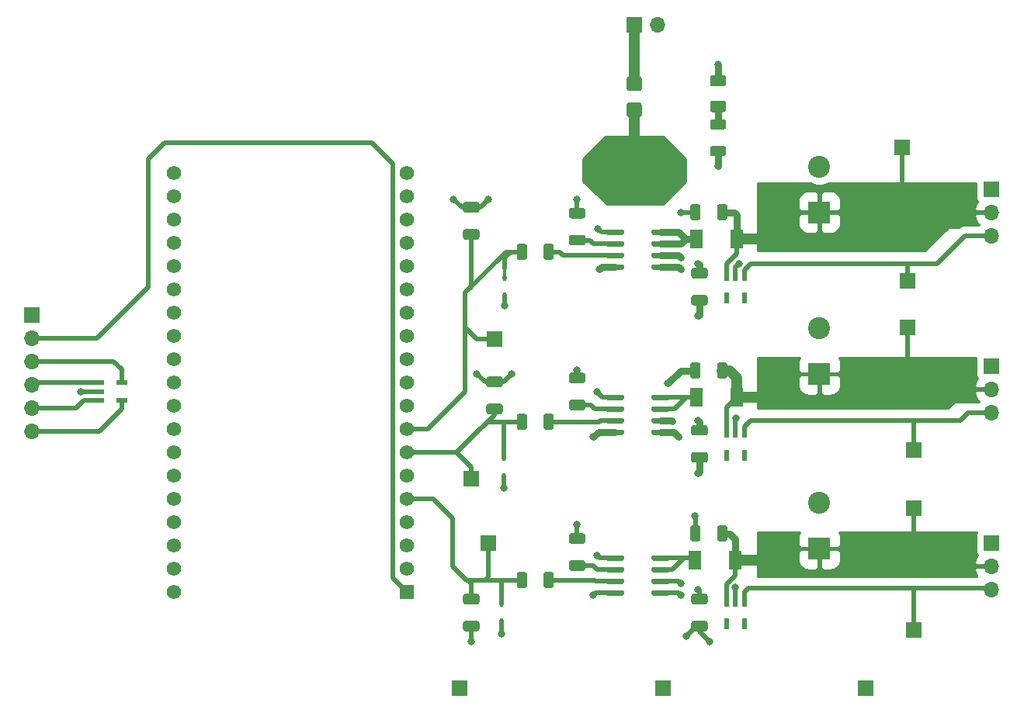
<source format=gbr>
%TF.GenerationSoftware,KiCad,Pcbnew,5.1.10-88a1d61d58~88~ubuntu20.04.1*%
%TF.CreationDate,2021-06-19T14:45:42+02:00*%
%TF.ProjectId,WindowControl,57696e64-6f77-4436-9f6e-74726f6c2e6b,rev?*%
%TF.SameCoordinates,Original*%
%TF.FileFunction,Copper,L1,Top*%
%TF.FilePolarity,Positive*%
%FSLAX46Y46*%
G04 Gerber Fmt 4.6, Leading zero omitted, Abs format (unit mm)*
G04 Created by KiCad (PCBNEW 5.1.10-88a1d61d58~88~ubuntu20.04.1) date 2021-06-19 14:45:42*
%MOMM*%
%LPD*%
G01*
G04 APERTURE LIST*
%TA.AperFunction,ComponentPad*%
%ADD10R,1.700000X1.700000*%
%TD*%
%TA.AperFunction,ComponentPad*%
%ADD11O,1.700000X1.700000*%
%TD*%
%TA.AperFunction,ComponentPad*%
%ADD12R,1.560000X1.560000*%
%TD*%
%TA.AperFunction,ComponentPad*%
%ADD13C,1.560000*%
%TD*%
%TA.AperFunction,SMDPad,CuDef*%
%ADD14O,0.430000X0.710000*%
%TD*%
%TA.AperFunction,ComponentPad*%
%ADD15R,2.400000X2.400000*%
%TD*%
%TA.AperFunction,ComponentPad*%
%ADD16C,2.400000*%
%TD*%
%TA.AperFunction,SMDPad,CuDef*%
%ADD17R,0.590000X1.210000*%
%TD*%
%TA.AperFunction,SMDPad,CuDef*%
%ADD18R,1.210000X0.590000*%
%TD*%
%TA.AperFunction,SMDPad,CuDef*%
%ADD19R,1.400000X2.100000*%
%TD*%
%TA.AperFunction,ViaPad*%
%ADD20C,0.800000*%
%TD*%
%TA.AperFunction,Conductor*%
%ADD21C,0.500000*%
%TD*%
%TA.AperFunction,Conductor*%
%ADD22C,0.750000*%
%TD*%
%TA.AperFunction,Conductor*%
%ADD23C,0.330000*%
%TD*%
%TA.AperFunction,Conductor*%
%ADD24C,1.200000*%
%TD*%
%TA.AperFunction,Conductor*%
%ADD25C,0.254000*%
%TD*%
%TA.AperFunction,Conductor*%
%ADD26C,0.100000*%
%TD*%
G04 APERTURE END LIST*
%TO.P,C1,1*%
%TO.N,Net-(C1-Pad1)*%
%TA.AperFunction,SMDPad,CuDef*%
G36*
G01*
X86502001Y-48835000D02*
X85201999Y-48835000D01*
G75*
G02*
X84952000Y-48585001I0J249999D01*
G01*
X84952000Y-47934999D01*
G75*
G02*
X85201999Y-47685000I249999J0D01*
G01*
X86502001Y-47685000D01*
G75*
G02*
X86752000Y-47934999I0J-249999D01*
G01*
X86752000Y-48585001D01*
G75*
G02*
X86502001Y-48835000I-249999J0D01*
G01*
G37*
%TD.AperFunction*%
%TO.P,C1,2*%
%TO.N,GND*%
%TA.AperFunction,SMDPad,CuDef*%
G36*
G01*
X86502001Y-45885000D02*
X85201999Y-45885000D01*
G75*
G02*
X84952000Y-45635001I0J249999D01*
G01*
X84952000Y-44984999D01*
G75*
G02*
X85201999Y-44735000I249999J0D01*
G01*
X86502001Y-44735000D01*
G75*
G02*
X86752000Y-44984999I0J-249999D01*
G01*
X86752000Y-45635001D01*
G75*
G02*
X86502001Y-45885000I-249999J0D01*
G01*
G37*
%TD.AperFunction*%
%TD*%
%TO.P,C2,2*%
%TO.N,GND*%
%TA.AperFunction,SMDPad,CuDef*%
G36*
G01*
X98536999Y-54240000D02*
X99837001Y-54240000D01*
G75*
G02*
X100087000Y-54489999I0J-249999D01*
G01*
X100087000Y-55140001D01*
G75*
G02*
X99837001Y-55390000I-249999J0D01*
G01*
X98536999Y-55390000D01*
G75*
G02*
X98287000Y-55140001I0J249999D01*
G01*
X98287000Y-54489999D01*
G75*
G02*
X98536999Y-54240000I249999J0D01*
G01*
G37*
%TD.AperFunction*%
%TO.P,C2,1*%
%TO.N,+5VD*%
%TA.AperFunction,SMDPad,CuDef*%
G36*
G01*
X98536999Y-51290000D02*
X99837001Y-51290000D01*
G75*
G02*
X100087000Y-51539999I0J-249999D01*
G01*
X100087000Y-52190001D01*
G75*
G02*
X99837001Y-52440000I-249999J0D01*
G01*
X98536999Y-52440000D01*
G75*
G02*
X98287000Y-52190001I0J249999D01*
G01*
X98287000Y-51539999D01*
G75*
G02*
X98536999Y-51290000I249999J0D01*
G01*
G37*
%TD.AperFunction*%
%TD*%
%TO.P,C3,2*%
%TO.N,GND*%
%TA.AperFunction,SMDPad,CuDef*%
G36*
G01*
X98536999Y-89800000D02*
X99837001Y-89800000D01*
G75*
G02*
X100087000Y-90049999I0J-249999D01*
G01*
X100087000Y-90700001D01*
G75*
G02*
X99837001Y-90950000I-249999J0D01*
G01*
X98536999Y-90950000D01*
G75*
G02*
X98287000Y-90700001I0J249999D01*
G01*
X98287000Y-90049999D01*
G75*
G02*
X98536999Y-89800000I249999J0D01*
G01*
G37*
%TD.AperFunction*%
%TO.P,C3,1*%
%TO.N,+5VD*%
%TA.AperFunction,SMDPad,CuDef*%
G36*
G01*
X98536999Y-86850000D02*
X99837001Y-86850000D01*
G75*
G02*
X100087000Y-87099999I0J-249999D01*
G01*
X100087000Y-87750001D01*
G75*
G02*
X99837001Y-88000000I-249999J0D01*
G01*
X98536999Y-88000000D01*
G75*
G02*
X98287000Y-87750001I0J249999D01*
G01*
X98287000Y-87099999D01*
G75*
G02*
X98536999Y-86850000I249999J0D01*
G01*
G37*
%TD.AperFunction*%
%TD*%
%TO.P,C4,1*%
%TO.N,+5VD*%
%TA.AperFunction,SMDPad,CuDef*%
G36*
G01*
X98536999Y-68435000D02*
X99837001Y-68435000D01*
G75*
G02*
X100087000Y-68684999I0J-249999D01*
G01*
X100087000Y-69335001D01*
G75*
G02*
X99837001Y-69585000I-249999J0D01*
G01*
X98536999Y-69585000D01*
G75*
G02*
X98287000Y-69335001I0J249999D01*
G01*
X98287000Y-68684999D01*
G75*
G02*
X98536999Y-68435000I249999J0D01*
G01*
G37*
%TD.AperFunction*%
%TO.P,C4,2*%
%TO.N,GND*%
%TA.AperFunction,SMDPad,CuDef*%
G36*
G01*
X98536999Y-71385000D02*
X99837001Y-71385000D01*
G75*
G02*
X100087000Y-71634999I0J-249999D01*
G01*
X100087000Y-72285001D01*
G75*
G02*
X99837001Y-72535000I-249999J0D01*
G01*
X98536999Y-72535000D01*
G75*
G02*
X98287000Y-72285001I0J249999D01*
G01*
X98287000Y-71634999D01*
G75*
G02*
X98536999Y-71385000I249999J0D01*
G01*
G37*
%TD.AperFunction*%
%TD*%
%TO.P,C5,2*%
%TO.N,GND*%
%TA.AperFunction,SMDPad,CuDef*%
G36*
G01*
X86502001Y-63870000D02*
X85201999Y-63870000D01*
G75*
G02*
X84952000Y-63620001I0J249999D01*
G01*
X84952000Y-62969999D01*
G75*
G02*
X85201999Y-62720000I249999J0D01*
G01*
X86502001Y-62720000D01*
G75*
G02*
X86752000Y-62969999I0J-249999D01*
G01*
X86752000Y-63620001D01*
G75*
G02*
X86502001Y-63870000I-249999J0D01*
G01*
G37*
%TD.AperFunction*%
%TO.P,C5,1*%
%TO.N,Net-(C5-Pad1)*%
%TA.AperFunction,SMDPad,CuDef*%
G36*
G01*
X86502001Y-66820000D02*
X85201999Y-66820000D01*
G75*
G02*
X84952000Y-66570001I0J249999D01*
G01*
X84952000Y-65919999D01*
G75*
G02*
X85201999Y-65670000I249999J0D01*
G01*
X86502001Y-65670000D01*
G75*
G02*
X86752000Y-65919999I0J-249999D01*
G01*
X86752000Y-66570001D01*
G75*
G02*
X86502001Y-66820000I-249999J0D01*
G01*
G37*
%TD.AperFunction*%
%TD*%
%TO.P,C6,1*%
%TO.N,Net-(C6-Pad1)*%
%TA.AperFunction,SMDPad,CuDef*%
G36*
G01*
X86502001Y-84346000D02*
X85201999Y-84346000D01*
G75*
G02*
X84952000Y-84096001I0J249999D01*
G01*
X84952000Y-83445999D01*
G75*
G02*
X85201999Y-83196000I249999J0D01*
G01*
X86502001Y-83196000D01*
G75*
G02*
X86752000Y-83445999I0J-249999D01*
G01*
X86752000Y-84096001D01*
G75*
G02*
X86502001Y-84346000I-249999J0D01*
G01*
G37*
%TD.AperFunction*%
%TO.P,C6,2*%
%TO.N,GND*%
%TA.AperFunction,SMDPad,CuDef*%
G36*
G01*
X86502001Y-81396000D02*
X85201999Y-81396000D01*
G75*
G02*
X84952000Y-81146001I0J249999D01*
G01*
X84952000Y-80495999D01*
G75*
G02*
X85201999Y-80246000I249999J0D01*
G01*
X86502001Y-80246000D01*
G75*
G02*
X86752000Y-80495999I0J-249999D01*
G01*
X86752000Y-81146001D01*
G75*
G02*
X86502001Y-81396000I-249999J0D01*
G01*
G37*
%TD.AperFunction*%
%TD*%
D10*
%TO.P,J1,1*%
%TO.N,GND*%
X131064000Y-42672000D03*
D11*
%TO.P,J1,2*%
%TO.N,Net-(C7-Pad1)*%
X131064000Y-45212000D03*
%TO.P,J1,3*%
%TO.N,PWM1*%
X131064000Y-47752000D03*
%TD*%
%TO.P,J2,3*%
%TO.N,PWM2*%
X131064000Y-67056000D03*
%TO.P,J2,2*%
%TO.N,Net-(C8-Pad1)*%
X131064000Y-64516000D03*
D10*
%TO.P,J2,1*%
%TO.N,GND*%
X131064000Y-61976000D03*
%TD*%
%TO.P,J3,1*%
%TO.N,GND*%
X131064000Y-81280000D03*
D11*
%TO.P,J3,2*%
%TO.N,Net-(C9-Pad1)*%
X131064000Y-83820000D03*
%TO.P,J3,3*%
%TO.N,PWM3*%
X131064000Y-86360000D03*
%TD*%
D10*
%TO.P,J4,1*%
%TO.N,GND*%
X26416000Y-56388000D03*
D11*
%TO.P,J4,2*%
%TO.N,+3V3*%
X26416000Y-58928000D03*
%TO.P,J4,3*%
%TO.N,IO4*%
X26416000Y-61468000D03*
%TO.P,J4,4*%
%TO.N,IO3*%
X26416000Y-64008000D03*
%TO.P,J4,5*%
%TO.N,IO2*%
X26416000Y-66548000D03*
%TO.P,J4,6*%
%TO.N,IO1*%
X26416000Y-69088000D03*
%TD*%
%TO.P,R1,2*%
%TO.N,GND*%
%TA.AperFunction,SMDPad,CuDef*%
G36*
G01*
X99303000Y-44586999D02*
X99303000Y-45837001D01*
G75*
G02*
X99053001Y-46087000I-249999J0D01*
G01*
X98427999Y-46087000D01*
G75*
G02*
X98178000Y-45837001I0J249999D01*
G01*
X98178000Y-44586999D01*
G75*
G02*
X98427999Y-44337000I249999J0D01*
G01*
X99053001Y-44337000D01*
G75*
G02*
X99303000Y-44586999I0J-249999D01*
G01*
G37*
%TD.AperFunction*%
%TO.P,R1,1*%
%TO.N,Net-(C7-Pad1)*%
%TA.AperFunction,SMDPad,CuDef*%
G36*
G01*
X102228000Y-44586999D02*
X102228000Y-45837001D01*
G75*
G02*
X101978001Y-46087000I-249999J0D01*
G01*
X101352999Y-46087000D01*
G75*
G02*
X101103000Y-45837001I0J249999D01*
G01*
X101103000Y-44586999D01*
G75*
G02*
X101352999Y-44337000I249999J0D01*
G01*
X101978001Y-44337000D01*
G75*
G02*
X102228000Y-44586999I0J-249999D01*
G01*
G37*
%TD.AperFunction*%
%TD*%
%TO.P,R2,1*%
%TO.N,Net-(C8-Pad1)*%
%TA.AperFunction,SMDPad,CuDef*%
G36*
G01*
X102228000Y-61858999D02*
X102228000Y-63109001D01*
G75*
G02*
X101978001Y-63359000I-249999J0D01*
G01*
X101352999Y-63359000D01*
G75*
G02*
X101103000Y-63109001I0J249999D01*
G01*
X101103000Y-61858999D01*
G75*
G02*
X101352999Y-61609000I249999J0D01*
G01*
X101978001Y-61609000D01*
G75*
G02*
X102228000Y-61858999I0J-249999D01*
G01*
G37*
%TD.AperFunction*%
%TO.P,R2,2*%
%TO.N,GND*%
%TA.AperFunction,SMDPad,CuDef*%
G36*
G01*
X99303000Y-61858999D02*
X99303000Y-63109001D01*
G75*
G02*
X99053001Y-63359000I-249999J0D01*
G01*
X98427999Y-63359000D01*
G75*
G02*
X98178000Y-63109001I0J249999D01*
G01*
X98178000Y-61858999D01*
G75*
G02*
X98427999Y-61609000I249999J0D01*
G01*
X99053001Y-61609000D01*
G75*
G02*
X99303000Y-61858999I0J-249999D01*
G01*
G37*
%TD.AperFunction*%
%TD*%
%TO.P,R3,1*%
%TO.N,Net-(C9-Pad1)*%
%TA.AperFunction,SMDPad,CuDef*%
G36*
G01*
X102228000Y-79638999D02*
X102228000Y-80889001D01*
G75*
G02*
X101978001Y-81139000I-249999J0D01*
G01*
X101352999Y-81139000D01*
G75*
G02*
X101103000Y-80889001I0J249999D01*
G01*
X101103000Y-79638999D01*
G75*
G02*
X101352999Y-79389000I249999J0D01*
G01*
X101978001Y-79389000D01*
G75*
G02*
X102228000Y-79638999I0J-249999D01*
G01*
G37*
%TD.AperFunction*%
%TO.P,R3,2*%
%TO.N,GND*%
%TA.AperFunction,SMDPad,CuDef*%
G36*
G01*
X99303000Y-79638999D02*
X99303000Y-80889001D01*
G75*
G02*
X99053001Y-81139000I-249999J0D01*
G01*
X98427999Y-81139000D01*
G75*
G02*
X98178000Y-80889001I0J249999D01*
G01*
X98178000Y-79638999D01*
G75*
G02*
X98427999Y-79389000I249999J0D01*
G01*
X99053001Y-79389000D01*
G75*
G02*
X99303000Y-79638999I0J-249999D01*
G01*
G37*
%TD.AperFunction*%
%TD*%
D10*
%TO.P,A1,1*%
%TO.N,Current_Sensor_1_AOUT*%
X76835000Y-59055000D03*
%TD*%
%TO.P,PWM1,1*%
%TO.N,PWM1*%
X121920000Y-52705000D03*
%TD*%
%TO.P,GND,1*%
%TO.N,GND*%
X73056750Y-97155000D03*
%TD*%
%TO.P,A2,1*%
%TO.N,Current_Sensor_2_AOUT*%
X74295000Y-74295000D03*
%TD*%
%TO.P,PWM2,1*%
%TO.N,PWM2*%
X122555000Y-71120000D03*
%TD*%
%TO.P,GND,1*%
%TO.N,GND*%
X95202375Y-97155000D03*
%TD*%
%TO.P,A3,1*%
%TO.N,Current_Sensor_3_AOUT*%
X76200000Y-81280000D03*
%TD*%
%TO.P,PWM3,1*%
%TO.N,PWM3*%
X122555000Y-90805000D03*
%TD*%
%TO.P,GND,1*%
%TO.N,GND*%
X117348000Y-97155000D03*
%TD*%
%TO.P,U1,1*%
%TO.N,+5VD*%
%TA.AperFunction,SMDPad,CuDef*%
G36*
G01*
X95906000Y-51031000D02*
X95906000Y-51331000D01*
G75*
G02*
X95756000Y-51481000I-150000J0D01*
G01*
X94106000Y-51481000D01*
G75*
G02*
X93956000Y-51331000I0J150000D01*
G01*
X93956000Y-51031000D01*
G75*
G02*
X94106000Y-50881000I150000J0D01*
G01*
X95756000Y-50881000D01*
G75*
G02*
X95906000Y-51031000I0J-150000D01*
G01*
G37*
%TD.AperFunction*%
%TO.P,U1,2*%
%TA.AperFunction,SMDPad,CuDef*%
G36*
G01*
X95906000Y-49761000D02*
X95906000Y-50061000D01*
G75*
G02*
X95756000Y-50211000I-150000J0D01*
G01*
X94106000Y-50211000D01*
G75*
G02*
X93956000Y-50061000I0J150000D01*
G01*
X93956000Y-49761000D01*
G75*
G02*
X94106000Y-49611000I150000J0D01*
G01*
X95756000Y-49611000D01*
G75*
G02*
X95906000Y-49761000I0J-150000D01*
G01*
G37*
%TD.AperFunction*%
%TO.P,U1,3*%
%TO.N,Net-(D1-Pad2)*%
%TA.AperFunction,SMDPad,CuDef*%
G36*
G01*
X95906000Y-48491000D02*
X95906000Y-48791000D01*
G75*
G02*
X95756000Y-48941000I-150000J0D01*
G01*
X94106000Y-48941000D01*
G75*
G02*
X93956000Y-48791000I0J150000D01*
G01*
X93956000Y-48491000D01*
G75*
G02*
X94106000Y-48341000I150000J0D01*
G01*
X95756000Y-48341000D01*
G75*
G02*
X95906000Y-48491000I0J-150000D01*
G01*
G37*
%TD.AperFunction*%
%TO.P,U1,4*%
%TA.AperFunction,SMDPad,CuDef*%
G36*
G01*
X95906000Y-47221000D02*
X95906000Y-47521000D01*
G75*
G02*
X95756000Y-47671000I-150000J0D01*
G01*
X94106000Y-47671000D01*
G75*
G02*
X93956000Y-47521000I0J150000D01*
G01*
X93956000Y-47221000D01*
G75*
G02*
X94106000Y-47071000I150000J0D01*
G01*
X95756000Y-47071000D01*
G75*
G02*
X95906000Y-47221000I0J-150000D01*
G01*
G37*
%TD.AperFunction*%
%TO.P,U1,5*%
%TO.N,GND*%
%TA.AperFunction,SMDPad,CuDef*%
G36*
G01*
X90956000Y-47221000D02*
X90956000Y-47521000D01*
G75*
G02*
X90806000Y-47671000I-150000J0D01*
G01*
X89156000Y-47671000D01*
G75*
G02*
X89006000Y-47521000I0J150000D01*
G01*
X89006000Y-47221000D01*
G75*
G02*
X89156000Y-47071000I150000J0D01*
G01*
X90806000Y-47071000D01*
G75*
G02*
X90956000Y-47221000I0J-150000D01*
G01*
G37*
%TD.AperFunction*%
%TO.P,U1,6*%
%TO.N,Net-(C1-Pad1)*%
%TA.AperFunction,SMDPad,CuDef*%
G36*
G01*
X90956000Y-48491000D02*
X90956000Y-48791000D01*
G75*
G02*
X90806000Y-48941000I-150000J0D01*
G01*
X89156000Y-48941000D01*
G75*
G02*
X89006000Y-48791000I0J150000D01*
G01*
X89006000Y-48491000D01*
G75*
G02*
X89156000Y-48341000I150000J0D01*
G01*
X90806000Y-48341000D01*
G75*
G02*
X90956000Y-48491000I0J-150000D01*
G01*
G37*
%TD.AperFunction*%
%TO.P,U1,7*%
%TO.N,Net-(R4-Pad2)*%
%TA.AperFunction,SMDPad,CuDef*%
G36*
G01*
X90956000Y-49761000D02*
X90956000Y-50061000D01*
G75*
G02*
X90806000Y-50211000I-150000J0D01*
G01*
X89156000Y-50211000D01*
G75*
G02*
X89006000Y-50061000I0J150000D01*
G01*
X89006000Y-49761000D01*
G75*
G02*
X89156000Y-49611000I150000J0D01*
G01*
X90806000Y-49611000D01*
G75*
G02*
X90956000Y-49761000I0J-150000D01*
G01*
G37*
%TD.AperFunction*%
%TO.P,U1,8*%
%TO.N,+5VD*%
%TA.AperFunction,SMDPad,CuDef*%
G36*
G01*
X90956000Y-51031000D02*
X90956000Y-51331000D01*
G75*
G02*
X90806000Y-51481000I-150000J0D01*
G01*
X89156000Y-51481000D01*
G75*
G02*
X89006000Y-51331000I0J150000D01*
G01*
X89006000Y-51031000D01*
G75*
G02*
X89156000Y-50881000I150000J0D01*
G01*
X90806000Y-50881000D01*
G75*
G02*
X90956000Y-51031000I0J-150000D01*
G01*
G37*
%TD.AperFunction*%
%TD*%
%TO.P,U2,1*%
%TO.N,+5VD*%
%TA.AperFunction,SMDPad,CuDef*%
G36*
G01*
X95906000Y-69065000D02*
X95906000Y-69365000D01*
G75*
G02*
X95756000Y-69515000I-150000J0D01*
G01*
X94106000Y-69515000D01*
G75*
G02*
X93956000Y-69365000I0J150000D01*
G01*
X93956000Y-69065000D01*
G75*
G02*
X94106000Y-68915000I150000J0D01*
G01*
X95756000Y-68915000D01*
G75*
G02*
X95906000Y-69065000I0J-150000D01*
G01*
G37*
%TD.AperFunction*%
%TO.P,U2,2*%
%TA.AperFunction,SMDPad,CuDef*%
G36*
G01*
X95906000Y-67795000D02*
X95906000Y-68095000D01*
G75*
G02*
X95756000Y-68245000I-150000J0D01*
G01*
X94106000Y-68245000D01*
G75*
G02*
X93956000Y-68095000I0J150000D01*
G01*
X93956000Y-67795000D01*
G75*
G02*
X94106000Y-67645000I150000J0D01*
G01*
X95756000Y-67645000D01*
G75*
G02*
X95906000Y-67795000I0J-150000D01*
G01*
G37*
%TD.AperFunction*%
%TO.P,U2,3*%
%TO.N,Net-(D2-Pad2)*%
%TA.AperFunction,SMDPad,CuDef*%
G36*
G01*
X95906000Y-66525000D02*
X95906000Y-66825000D01*
G75*
G02*
X95756000Y-66975000I-150000J0D01*
G01*
X94106000Y-66975000D01*
G75*
G02*
X93956000Y-66825000I0J150000D01*
G01*
X93956000Y-66525000D01*
G75*
G02*
X94106000Y-66375000I150000J0D01*
G01*
X95756000Y-66375000D01*
G75*
G02*
X95906000Y-66525000I0J-150000D01*
G01*
G37*
%TD.AperFunction*%
%TO.P,U2,4*%
%TA.AperFunction,SMDPad,CuDef*%
G36*
G01*
X95906000Y-65255000D02*
X95906000Y-65555000D01*
G75*
G02*
X95756000Y-65705000I-150000J0D01*
G01*
X94106000Y-65705000D01*
G75*
G02*
X93956000Y-65555000I0J150000D01*
G01*
X93956000Y-65255000D01*
G75*
G02*
X94106000Y-65105000I150000J0D01*
G01*
X95756000Y-65105000D01*
G75*
G02*
X95906000Y-65255000I0J-150000D01*
G01*
G37*
%TD.AperFunction*%
%TO.P,U2,5*%
%TO.N,GND*%
%TA.AperFunction,SMDPad,CuDef*%
G36*
G01*
X90956000Y-65255000D02*
X90956000Y-65555000D01*
G75*
G02*
X90806000Y-65705000I-150000J0D01*
G01*
X89156000Y-65705000D01*
G75*
G02*
X89006000Y-65555000I0J150000D01*
G01*
X89006000Y-65255000D01*
G75*
G02*
X89156000Y-65105000I150000J0D01*
G01*
X90806000Y-65105000D01*
G75*
G02*
X90956000Y-65255000I0J-150000D01*
G01*
G37*
%TD.AperFunction*%
%TO.P,U2,6*%
%TO.N,Net-(C5-Pad1)*%
%TA.AperFunction,SMDPad,CuDef*%
G36*
G01*
X90956000Y-66525000D02*
X90956000Y-66825000D01*
G75*
G02*
X90806000Y-66975000I-150000J0D01*
G01*
X89156000Y-66975000D01*
G75*
G02*
X89006000Y-66825000I0J150000D01*
G01*
X89006000Y-66525000D01*
G75*
G02*
X89156000Y-66375000I150000J0D01*
G01*
X90806000Y-66375000D01*
G75*
G02*
X90956000Y-66525000I0J-150000D01*
G01*
G37*
%TD.AperFunction*%
%TO.P,U2,7*%
%TO.N,Net-(R5-Pad2)*%
%TA.AperFunction,SMDPad,CuDef*%
G36*
G01*
X90956000Y-67795000D02*
X90956000Y-68095000D01*
G75*
G02*
X90806000Y-68245000I-150000J0D01*
G01*
X89156000Y-68245000D01*
G75*
G02*
X89006000Y-68095000I0J150000D01*
G01*
X89006000Y-67795000D01*
G75*
G02*
X89156000Y-67645000I150000J0D01*
G01*
X90806000Y-67645000D01*
G75*
G02*
X90956000Y-67795000I0J-150000D01*
G01*
G37*
%TD.AperFunction*%
%TO.P,U2,8*%
%TO.N,+5VD*%
%TA.AperFunction,SMDPad,CuDef*%
G36*
G01*
X90956000Y-69065000D02*
X90956000Y-69365000D01*
G75*
G02*
X90806000Y-69515000I-150000J0D01*
G01*
X89156000Y-69515000D01*
G75*
G02*
X89006000Y-69365000I0J150000D01*
G01*
X89006000Y-69065000D01*
G75*
G02*
X89156000Y-68915000I150000J0D01*
G01*
X90806000Y-68915000D01*
G75*
G02*
X90956000Y-69065000I0J-150000D01*
G01*
G37*
%TD.AperFunction*%
%TD*%
%TO.P,U3,8*%
%TO.N,+5VD*%
%TA.AperFunction,SMDPad,CuDef*%
G36*
G01*
X90956000Y-86591000D02*
X90956000Y-86891000D01*
G75*
G02*
X90806000Y-87041000I-150000J0D01*
G01*
X89156000Y-87041000D01*
G75*
G02*
X89006000Y-86891000I0J150000D01*
G01*
X89006000Y-86591000D01*
G75*
G02*
X89156000Y-86441000I150000J0D01*
G01*
X90806000Y-86441000D01*
G75*
G02*
X90956000Y-86591000I0J-150000D01*
G01*
G37*
%TD.AperFunction*%
%TO.P,U3,7*%
%TO.N,Net-(R6-Pad2)*%
%TA.AperFunction,SMDPad,CuDef*%
G36*
G01*
X90956000Y-85321000D02*
X90956000Y-85621000D01*
G75*
G02*
X90806000Y-85771000I-150000J0D01*
G01*
X89156000Y-85771000D01*
G75*
G02*
X89006000Y-85621000I0J150000D01*
G01*
X89006000Y-85321000D01*
G75*
G02*
X89156000Y-85171000I150000J0D01*
G01*
X90806000Y-85171000D01*
G75*
G02*
X90956000Y-85321000I0J-150000D01*
G01*
G37*
%TD.AperFunction*%
%TO.P,U3,6*%
%TO.N,Net-(C6-Pad1)*%
%TA.AperFunction,SMDPad,CuDef*%
G36*
G01*
X90956000Y-84051000D02*
X90956000Y-84351000D01*
G75*
G02*
X90806000Y-84501000I-150000J0D01*
G01*
X89156000Y-84501000D01*
G75*
G02*
X89006000Y-84351000I0J150000D01*
G01*
X89006000Y-84051000D01*
G75*
G02*
X89156000Y-83901000I150000J0D01*
G01*
X90806000Y-83901000D01*
G75*
G02*
X90956000Y-84051000I0J-150000D01*
G01*
G37*
%TD.AperFunction*%
%TO.P,U3,5*%
%TO.N,GND*%
%TA.AperFunction,SMDPad,CuDef*%
G36*
G01*
X90956000Y-82781000D02*
X90956000Y-83081000D01*
G75*
G02*
X90806000Y-83231000I-150000J0D01*
G01*
X89156000Y-83231000D01*
G75*
G02*
X89006000Y-83081000I0J150000D01*
G01*
X89006000Y-82781000D01*
G75*
G02*
X89156000Y-82631000I150000J0D01*
G01*
X90806000Y-82631000D01*
G75*
G02*
X90956000Y-82781000I0J-150000D01*
G01*
G37*
%TD.AperFunction*%
%TO.P,U3,4*%
%TO.N,Net-(D3-Pad2)*%
%TA.AperFunction,SMDPad,CuDef*%
G36*
G01*
X95906000Y-82781000D02*
X95906000Y-83081000D01*
G75*
G02*
X95756000Y-83231000I-150000J0D01*
G01*
X94106000Y-83231000D01*
G75*
G02*
X93956000Y-83081000I0J150000D01*
G01*
X93956000Y-82781000D01*
G75*
G02*
X94106000Y-82631000I150000J0D01*
G01*
X95756000Y-82631000D01*
G75*
G02*
X95906000Y-82781000I0J-150000D01*
G01*
G37*
%TD.AperFunction*%
%TO.P,U3,3*%
%TA.AperFunction,SMDPad,CuDef*%
G36*
G01*
X95906000Y-84051000D02*
X95906000Y-84351000D01*
G75*
G02*
X95756000Y-84501000I-150000J0D01*
G01*
X94106000Y-84501000D01*
G75*
G02*
X93956000Y-84351000I0J150000D01*
G01*
X93956000Y-84051000D01*
G75*
G02*
X94106000Y-83901000I150000J0D01*
G01*
X95756000Y-83901000D01*
G75*
G02*
X95906000Y-84051000I0J-150000D01*
G01*
G37*
%TD.AperFunction*%
%TO.P,U3,2*%
%TO.N,+5VD*%
%TA.AperFunction,SMDPad,CuDef*%
G36*
G01*
X95906000Y-85321000D02*
X95906000Y-85621000D01*
G75*
G02*
X95756000Y-85771000I-150000J0D01*
G01*
X94106000Y-85771000D01*
G75*
G02*
X93956000Y-85621000I0J150000D01*
G01*
X93956000Y-85321000D01*
G75*
G02*
X94106000Y-85171000I150000J0D01*
G01*
X95756000Y-85171000D01*
G75*
G02*
X95906000Y-85321000I0J-150000D01*
G01*
G37*
%TD.AperFunction*%
%TO.P,U3,1*%
%TA.AperFunction,SMDPad,CuDef*%
G36*
G01*
X95906000Y-86591000D02*
X95906000Y-86891000D01*
G75*
G02*
X95756000Y-87041000I-150000J0D01*
G01*
X94106000Y-87041000D01*
G75*
G02*
X93956000Y-86891000I0J150000D01*
G01*
X93956000Y-86591000D01*
G75*
G02*
X94106000Y-86441000I150000J0D01*
G01*
X95756000Y-86441000D01*
G75*
G02*
X95906000Y-86591000I0J-150000D01*
G01*
G37*
%TD.AperFunction*%
%TD*%
D12*
%TO.P,U4,1*%
%TO.N,+3V3*%
X67310000Y-86689000D03*
D13*
%TO.P,U4,2*%
%TO.N,Net-(U4-Pad2)*%
X67310000Y-84149000D03*
%TO.P,U4,19*%
%TO.N,+5V*%
X67310000Y-40969000D03*
%TO.P,U4,3*%
%TO.N,Net-(U4-Pad3)*%
X67310000Y-81609000D03*
%TO.P,U4,4*%
%TO.N,Net-(U4-Pad4)*%
X67310000Y-79069000D03*
%TO.P,U4,5*%
%TO.N,Current_Sensor_3_AOUT*%
X67310000Y-76529000D03*
%TO.P,U4,6*%
%TO.N,Net-(U4-Pad6)*%
X67310000Y-73989000D03*
%TO.P,U4,7*%
%TO.N,Current_Sensor_2_AOUT*%
X67310000Y-71449000D03*
%TO.P,U4,8*%
%TO.N,Current_Sensor_1_AOUT*%
X67310000Y-68909000D03*
%TO.P,U4,9*%
%TO.N,PWM3*%
X67310000Y-66369000D03*
%TO.P,U4,10*%
%TO.N,PWM2*%
X67310000Y-63829000D03*
%TO.P,U4,11*%
%TO.N,PWM1*%
X67310000Y-61289000D03*
%TO.P,U4,12*%
%TO.N,Net-(U4-Pad12)*%
X67310000Y-58749000D03*
%TO.P,U4,13*%
%TO.N,Net-(U4-Pad13)*%
X67310000Y-56209000D03*
%TO.P,U4,14*%
%TO.N,GND*%
X67310000Y-53669000D03*
%TO.P,U4,15*%
%TO.N,Net-(U4-Pad15)*%
X67310000Y-51129000D03*
%TO.P,U4,16*%
%TO.N,Net-(U4-Pad16)*%
X67310000Y-48589000D03*
%TO.P,U4,17*%
%TO.N,Net-(U4-Pad17)*%
X67310000Y-46049000D03*
%TO.P,U4,18*%
%TO.N,Net-(U4-Pad18)*%
X67310000Y-43509000D03*
%TO.P,U4,20*%
%TO.N,GND*%
X41910000Y-86689000D03*
%TO.P,U4,21*%
%TO.N,IO1*%
X41910000Y-84149000D03*
%TO.P,U4,22*%
%TO.N,IO2*%
X41910000Y-81609000D03*
%TO.P,U4,23*%
%TO.N,Net-(U4-Pad23)*%
X41910000Y-79069000D03*
%TO.P,U4,24*%
%TO.N,Net-(U4-Pad24)*%
X41910000Y-76529000D03*
%TO.P,U4,25*%
%TO.N,IO3*%
X41910000Y-73989000D03*
%TO.P,U4,26*%
%TO.N,GND*%
X41910000Y-71449000D03*
%TO.P,U4,27*%
%TO.N,Net-(U4-Pad27)*%
X41910000Y-68909000D03*
%TO.P,U4,28*%
%TO.N,IO4*%
X41910000Y-66369000D03*
%TO.P,U4,29*%
%TO.N,Net-(U4-Pad29)*%
X41910000Y-63829000D03*
%TO.P,U4,30*%
%TO.N,Net-(U4-Pad30)*%
X41910000Y-61289000D03*
%TO.P,U4,31*%
%TO.N,Net-(U4-Pad31)*%
X41910000Y-58749000D03*
%TO.P,U4,32*%
%TO.N,Net-(U4-Pad32)*%
X41910000Y-56209000D03*
%TO.P,U4,33*%
%TO.N,Net-(U4-Pad33)*%
X41910000Y-53669000D03*
%TO.P,U4,34*%
%TO.N,Net-(U4-Pad34)*%
X41910000Y-51129000D03*
%TO.P,U4,35*%
%TO.N,Net-(U4-Pad35)*%
X41910000Y-48589000D03*
%TO.P,U4,36*%
%TO.N,Net-(U4-Pad36)*%
X41910000Y-46049000D03*
%TO.P,U4,37*%
%TO.N,Net-(U4-Pad37)*%
X41910000Y-43509000D03*
%TO.P,U4,38*%
%TO.N,Net-(U4-Pad38)*%
X41910000Y-40969000D03*
%TD*%
D14*
%TO.P,D4,1*%
%TO.N,Current_Sensor_1_AOUT*%
X77980540Y-52355160D03*
%TO.P,D4,2*%
%TO.N,GND*%
X77980540Y-54345160D03*
%TD*%
%TO.P,D5,2*%
%TO.N,GND*%
X77853540Y-74030160D03*
%TO.P,D5,1*%
%TO.N,Current_Sensor_2_AOUT*%
X77853540Y-72040160D03*
%TD*%
%TO.P,D6,1*%
%TO.N,Current_Sensor_3_AOUT*%
X77599540Y-87915160D03*
%TO.P,D6,2*%
%TO.N,GND*%
X77599540Y-89905160D03*
%TD*%
%TO.P,R4,1*%
%TO.N,Current_Sensor_1_AOUT*%
%TA.AperFunction,SMDPad,CuDef*%
G36*
G01*
X79255000Y-50155001D02*
X79255000Y-48904999D01*
G75*
G02*
X79504999Y-48655000I249999J0D01*
G01*
X80130001Y-48655000D01*
G75*
G02*
X80380000Y-48904999I0J-249999D01*
G01*
X80380000Y-50155001D01*
G75*
G02*
X80130001Y-50405000I-249999J0D01*
G01*
X79504999Y-50405000D01*
G75*
G02*
X79255000Y-50155001I0J249999D01*
G01*
G37*
%TD.AperFunction*%
%TO.P,R4,2*%
%TO.N,Net-(R4-Pad2)*%
%TA.AperFunction,SMDPad,CuDef*%
G36*
G01*
X82180000Y-50155001D02*
X82180000Y-48904999D01*
G75*
G02*
X82429999Y-48655000I249999J0D01*
G01*
X83055001Y-48655000D01*
G75*
G02*
X83305000Y-48904999I0J-249999D01*
G01*
X83305000Y-50155001D01*
G75*
G02*
X83055001Y-50405000I-249999J0D01*
G01*
X82429999Y-50405000D01*
G75*
G02*
X82180000Y-50155001I0J249999D01*
G01*
G37*
%TD.AperFunction*%
%TD*%
%TO.P,R5,2*%
%TO.N,Net-(R5-Pad2)*%
%TA.AperFunction,SMDPad,CuDef*%
G36*
G01*
X82180000Y-68697001D02*
X82180000Y-67446999D01*
G75*
G02*
X82429999Y-67197000I249999J0D01*
G01*
X83055001Y-67197000D01*
G75*
G02*
X83305000Y-67446999I0J-249999D01*
G01*
X83305000Y-68697001D01*
G75*
G02*
X83055001Y-68947000I-249999J0D01*
G01*
X82429999Y-68947000D01*
G75*
G02*
X82180000Y-68697001I0J249999D01*
G01*
G37*
%TD.AperFunction*%
%TO.P,R5,1*%
%TO.N,Current_Sensor_2_AOUT*%
%TA.AperFunction,SMDPad,CuDef*%
G36*
G01*
X79255000Y-68697001D02*
X79255000Y-67446999D01*
G75*
G02*
X79504999Y-67197000I249999J0D01*
G01*
X80130001Y-67197000D01*
G75*
G02*
X80380000Y-67446999I0J-249999D01*
G01*
X80380000Y-68697001D01*
G75*
G02*
X80130001Y-68947000I-249999J0D01*
G01*
X79504999Y-68947000D01*
G75*
G02*
X79255000Y-68697001I0J249999D01*
G01*
G37*
%TD.AperFunction*%
%TD*%
%TO.P,R6,1*%
%TO.N,Current_Sensor_3_AOUT*%
%TA.AperFunction,SMDPad,CuDef*%
G36*
G01*
X79255000Y-85969001D02*
X79255000Y-84718999D01*
G75*
G02*
X79504999Y-84469000I249999J0D01*
G01*
X80130001Y-84469000D01*
G75*
G02*
X80380000Y-84718999I0J-249999D01*
G01*
X80380000Y-85969001D01*
G75*
G02*
X80130001Y-86219000I-249999J0D01*
G01*
X79504999Y-86219000D01*
G75*
G02*
X79255000Y-85969001I0J249999D01*
G01*
G37*
%TD.AperFunction*%
%TO.P,R6,2*%
%TO.N,Net-(R6-Pad2)*%
%TA.AperFunction,SMDPad,CuDef*%
G36*
G01*
X82180000Y-85969001D02*
X82180000Y-84718999D01*
G75*
G02*
X82429999Y-84469000I249999J0D01*
G01*
X83055001Y-84469000D01*
G75*
G02*
X83305000Y-84718999I0J-249999D01*
G01*
X83305000Y-85969001D01*
G75*
G02*
X83055001Y-86219000I-249999J0D01*
G01*
X82429999Y-86219000D01*
G75*
G02*
X82180000Y-85969001I0J249999D01*
G01*
G37*
%TD.AperFunction*%
%TD*%
D15*
%TO.P,C7,1*%
%TO.N,Net-(C7-Pad1)*%
X112268000Y-45212000D03*
D16*
%TO.P,C7,2*%
%TO.N,GND*%
X112268000Y-40212000D03*
%TD*%
%TO.P,C8,2*%
%TO.N,GND*%
X112268000Y-57865000D03*
D15*
%TO.P,C8,1*%
%TO.N,Net-(C8-Pad1)*%
X112268000Y-62865000D03*
%TD*%
%TO.P,C9,1*%
%TO.N,Net-(C9-Pad1)*%
X112268000Y-81915000D03*
D16*
%TO.P,C9,2*%
%TO.N,GND*%
X112268000Y-76915000D03*
%TD*%
%TO.P,F1,1*%
%TO.N,Net-(F1-Pad1)*%
%TA.AperFunction,SMDPad,CuDef*%
G36*
G01*
X91500000Y-30386000D02*
X92650000Y-30386000D01*
G75*
G02*
X92900000Y-30636000I0J-250000D01*
G01*
X92900000Y-31736000D01*
G75*
G02*
X92650000Y-31986000I-250000J0D01*
G01*
X91500000Y-31986000D01*
G75*
G02*
X91250000Y-31736000I0J250000D01*
G01*
X91250000Y-30636000D01*
G75*
G02*
X91500000Y-30386000I250000J0D01*
G01*
G37*
%TD.AperFunction*%
%TO.P,F1,2*%
%TO.N,+5VD*%
%TA.AperFunction,SMDPad,CuDef*%
G36*
G01*
X91500000Y-33236000D02*
X92650000Y-33236000D01*
G75*
G02*
X92900000Y-33486000I0J-250000D01*
G01*
X92900000Y-34586000D01*
G75*
G02*
X92650000Y-34836000I-250000J0D01*
G01*
X91500000Y-34836000D01*
G75*
G02*
X91250000Y-34586000I0J250000D01*
G01*
X91250000Y-33486000D01*
G75*
G02*
X91500000Y-33236000I250000J0D01*
G01*
G37*
%TD.AperFunction*%
%TD*%
D10*
%TO.P,J5,1*%
%TO.N,Net-(F1-Pad1)*%
X92075000Y-24765000D03*
D11*
%TO.P,J5,2*%
%TO.N,GND*%
X94615000Y-24765000D03*
%TD*%
D17*
%TO.P,U5,1*%
%TO.N,PWM2*%
X104074000Y-69245000D03*
%TO.P,U5,2*%
%TO.N,GND*%
X103124000Y-69245000D03*
%TO.P,U5,3*%
%TO.N,Net-(C8-Pad1)*%
X102174000Y-69245000D03*
%TO.P,U5,4*%
%TO.N,Net-(U5-Pad4)*%
X102174000Y-71755000D03*
%TO.P,U5,5*%
%TO.N,Net-(U5-Pad5)*%
X104074000Y-71755000D03*
%TD*%
%TO.P,U6,5*%
%TO.N,Net-(U6-Pad5)*%
X104074000Y-90155000D03*
%TO.P,U6,4*%
%TO.N,Net-(U6-Pad4)*%
X102174000Y-90155000D03*
%TO.P,U6,3*%
%TO.N,Net-(C9-Pad1)*%
X102174000Y-87645000D03*
%TO.P,U6,2*%
%TO.N,GND*%
X103124000Y-87645000D03*
%TO.P,U6,1*%
%TO.N,PWM3*%
X104074000Y-87645000D03*
%TD*%
%TO.P,U7,5*%
%TO.N,Net-(U7-Pad5)*%
X104074000Y-54595000D03*
%TO.P,U7,4*%
%TO.N,Net-(U7-Pad4)*%
X102174000Y-54595000D03*
%TO.P,U7,3*%
%TO.N,Net-(C7-Pad1)*%
X102174000Y-52085000D03*
%TO.P,U7,2*%
%TO.N,GND*%
X103124000Y-52085000D03*
%TO.P,U7,1*%
%TO.N,PWM1*%
X104074000Y-52085000D03*
%TD*%
D18*
%TO.P,U8,1*%
%TO.N,IO3*%
X33670000Y-63820000D03*
%TO.P,U8,2*%
%TO.N,GND*%
X33670000Y-64770000D03*
%TO.P,U8,3*%
%TO.N,IO2*%
X33670000Y-65720000D03*
%TO.P,U8,4*%
%TO.N,IO1*%
X36180000Y-65720000D03*
%TO.P,U8,5*%
%TO.N,IO4*%
X36180000Y-63820000D03*
%TD*%
D10*
%TO.P,M2_VCC,1*%
%TO.N,Net-(C8-Pad1)*%
X121920000Y-57785000D03*
%TD*%
%TO.P,M3_VCC,1*%
%TO.N,Net-(C9-Pad1)*%
X122555000Y-77470000D03*
%TD*%
%TO.P,M1_VCC,1*%
%TO.N,Net-(C7-Pad1)*%
X121285000Y-38100000D03*
%TD*%
D19*
%TO.P,D1,1*%
%TO.N,Net-(C7-Pad1)*%
X103292000Y-48133000D03*
%TO.P,D1,2*%
%TO.N,Net-(D1-Pad2)*%
X98892000Y-48133000D03*
%TD*%
%TO.P,D2,1*%
%TO.N,Net-(C8-Pad1)*%
X103251000Y-65405000D03*
%TO.P,D2,2*%
%TO.N,Net-(D2-Pad2)*%
X98851000Y-65405000D03*
%TD*%
%TO.P,D3,2*%
%TO.N,Net-(D3-Pad2)*%
X98724000Y-83185000D03*
%TO.P,D3,1*%
%TO.N,Net-(C9-Pad1)*%
X103124000Y-83185000D03*
%TD*%
%TO.P,D7,1*%
%TO.N,GND*%
%TA.AperFunction,SMDPad,CuDef*%
G36*
G01*
X100594000Y-30236000D02*
X101844000Y-30236000D01*
G75*
G02*
X102094000Y-30486000I0J-250000D01*
G01*
X102094000Y-31236000D01*
G75*
G02*
X101844000Y-31486000I-250000J0D01*
G01*
X100594000Y-31486000D01*
G75*
G02*
X100344000Y-31236000I0J250000D01*
G01*
X100344000Y-30486000D01*
G75*
G02*
X100594000Y-30236000I250000J0D01*
G01*
G37*
%TD.AperFunction*%
%TO.P,D7,2*%
%TO.N,Net-(D7-Pad2)*%
%TA.AperFunction,SMDPad,CuDef*%
G36*
G01*
X100594000Y-33036000D02*
X101844000Y-33036000D01*
G75*
G02*
X102094000Y-33286000I0J-250000D01*
G01*
X102094000Y-34036000D01*
G75*
G02*
X101844000Y-34286000I-250000J0D01*
G01*
X100594000Y-34286000D01*
G75*
G02*
X100344000Y-34036000I0J250000D01*
G01*
X100344000Y-33286000D01*
G75*
G02*
X100594000Y-33036000I250000J0D01*
G01*
G37*
%TD.AperFunction*%
%TD*%
%TO.P,R7,1*%
%TO.N,+5VD*%
%TA.AperFunction,SMDPad,CuDef*%
G36*
G01*
X101844001Y-39109000D02*
X100593999Y-39109000D01*
G75*
G02*
X100344000Y-38859001I0J249999D01*
G01*
X100344000Y-38233999D01*
G75*
G02*
X100593999Y-37984000I249999J0D01*
G01*
X101844001Y-37984000D01*
G75*
G02*
X102094000Y-38233999I0J-249999D01*
G01*
X102094000Y-38859001D01*
G75*
G02*
X101844001Y-39109000I-249999J0D01*
G01*
G37*
%TD.AperFunction*%
%TO.P,R7,2*%
%TO.N,Net-(D7-Pad2)*%
%TA.AperFunction,SMDPad,CuDef*%
G36*
G01*
X101844001Y-36184000D02*
X100593999Y-36184000D01*
G75*
G02*
X100344000Y-35934001I0J249999D01*
G01*
X100344000Y-35308999D01*
G75*
G02*
X100593999Y-35059000I249999J0D01*
G01*
X101844001Y-35059000D01*
G75*
G02*
X102094000Y-35308999I0J-249999D01*
G01*
X102094000Y-35934001D01*
G75*
G02*
X101844001Y-36184000I-249999J0D01*
G01*
G37*
%TD.AperFunction*%
%TD*%
%TO.P,C11,1*%
%TO.N,Current_Sensor_3_AOUT*%
%TA.AperFunction,SMDPad,CuDef*%
G36*
G01*
X73644999Y-86850000D02*
X74945001Y-86850000D01*
G75*
G02*
X75195000Y-87099999I0J-249999D01*
G01*
X75195000Y-87750001D01*
G75*
G02*
X74945001Y-88000000I-249999J0D01*
G01*
X73644999Y-88000000D01*
G75*
G02*
X73395000Y-87750001I0J249999D01*
G01*
X73395000Y-87099999D01*
G75*
G02*
X73644999Y-86850000I249999J0D01*
G01*
G37*
%TD.AperFunction*%
%TO.P,C11,2*%
%TO.N,GND*%
%TA.AperFunction,SMDPad,CuDef*%
G36*
G01*
X73644999Y-89800000D02*
X74945001Y-89800000D01*
G75*
G02*
X75195000Y-90049999I0J-249999D01*
G01*
X75195000Y-90700001D01*
G75*
G02*
X74945001Y-90950000I-249999J0D01*
G01*
X73644999Y-90950000D01*
G75*
G02*
X73395000Y-90700001I0J249999D01*
G01*
X73395000Y-90049999D01*
G75*
G02*
X73644999Y-89800000I249999J0D01*
G01*
G37*
%TD.AperFunction*%
%TD*%
%TO.P,C10,2*%
%TO.N,GND*%
%TA.AperFunction,SMDPad,CuDef*%
G36*
G01*
X77485001Y-64300000D02*
X76184999Y-64300000D01*
G75*
G02*
X75935000Y-64050001I0J249999D01*
G01*
X75935000Y-63399999D01*
G75*
G02*
X76184999Y-63150000I249999J0D01*
G01*
X77485001Y-63150000D01*
G75*
G02*
X77735000Y-63399999I0J-249999D01*
G01*
X77735000Y-64050001D01*
G75*
G02*
X77485001Y-64300000I-249999J0D01*
G01*
G37*
%TD.AperFunction*%
%TO.P,C10,1*%
%TO.N,Current_Sensor_2_AOUT*%
%TA.AperFunction,SMDPad,CuDef*%
G36*
G01*
X77485001Y-67250000D02*
X76184999Y-67250000D01*
G75*
G02*
X75935000Y-67000001I0J249999D01*
G01*
X75935000Y-66349999D01*
G75*
G02*
X76184999Y-66100000I249999J0D01*
G01*
X77485001Y-66100000D01*
G75*
G02*
X77735000Y-66349999I0J-249999D01*
G01*
X77735000Y-67000001D01*
G75*
G02*
X77485001Y-67250000I-249999J0D01*
G01*
G37*
%TD.AperFunction*%
%TD*%
%TO.P,C12,1*%
%TO.N,Current_Sensor_1_AOUT*%
%TA.AperFunction,SMDPad,CuDef*%
G36*
G01*
X74945001Y-48200000D02*
X73644999Y-48200000D01*
G75*
G02*
X73395000Y-47950001I0J249999D01*
G01*
X73395000Y-47299999D01*
G75*
G02*
X73644999Y-47050000I249999J0D01*
G01*
X74945001Y-47050000D01*
G75*
G02*
X75195000Y-47299999I0J-249999D01*
G01*
X75195000Y-47950001D01*
G75*
G02*
X74945001Y-48200000I-249999J0D01*
G01*
G37*
%TD.AperFunction*%
%TO.P,C12,2*%
%TO.N,GND*%
%TA.AperFunction,SMDPad,CuDef*%
G36*
G01*
X74945001Y-45250000D02*
X73644999Y-45250000D01*
G75*
G02*
X73395000Y-45000001I0J249999D01*
G01*
X73395000Y-44349999D01*
G75*
G02*
X73644999Y-44100000I249999J0D01*
G01*
X74945001Y-44100000D01*
G75*
G02*
X75195000Y-44349999I0J-249999D01*
G01*
X75195000Y-45000001D01*
G75*
G02*
X74945001Y-45250000I-249999J0D01*
G01*
G37*
%TD.AperFunction*%
%TD*%
D20*
%TO.N,+5VD*%
X89916000Y-40005000D03*
X91524666Y-40005000D03*
X93133332Y-40005000D03*
X94742000Y-40005000D03*
X89916000Y-41275000D03*
X91524666Y-41275000D03*
X93133332Y-41275000D03*
X94742000Y-41275000D03*
%TO.N,GND*%
X85852000Y-43815000D03*
X88138000Y-46990000D03*
X77978000Y-55372000D03*
X77851000Y-75311000D03*
X77597000Y-91186000D03*
X85852000Y-79248000D03*
X88011000Y-82677000D03*
X88011000Y-64770000D03*
X98679000Y-78359000D03*
X103124000Y-86106000D03*
X97155000Y-45212000D03*
X101219000Y-29083000D03*
X99060000Y-73660000D03*
X99060000Y-56515000D03*
X103505000Y-50800000D03*
X100330000Y-92075000D03*
X97790000Y-91440000D03*
X74295000Y-92075000D03*
X78740000Y-62865000D03*
X74930000Y-62865000D03*
X76200000Y-43815000D03*
X72390000Y-43815000D03*
X85852000Y-62445010D03*
X103191947Y-67699851D03*
X95718703Y-63900799D03*
X31750000Y-64770000D03*
%TO.N,+5VD*%
X89916000Y-38862000D03*
X91524666Y-38862000D03*
X93133332Y-38862000D03*
X94742000Y-38862000D03*
X101219000Y-40132000D03*
X97155000Y-50165000D03*
X97155000Y-51435000D03*
X99060000Y-50800000D03*
X88265000Y-51435000D03*
X99060000Y-67945000D03*
X87630000Y-86995000D03*
X97155000Y-86995000D03*
X97155000Y-85725000D03*
X99060000Y-86360000D03*
X87630000Y-69735008D03*
X96883064Y-69735008D03*
X96236452Y-68034988D03*
%TD*%
D21*
%TO.N,Net-(C1-Pad1)*%
X85852000Y-48260000D02*
X87249000Y-48260000D01*
X87630000Y-48641000D02*
X89981000Y-48641000D01*
X87249000Y-48260000D02*
X87630000Y-48641000D01*
%TO.N,GND*%
X85852000Y-45310000D02*
X85852000Y-43815000D01*
X88519000Y-47371000D02*
X88138000Y-46990000D01*
X89981000Y-47371000D02*
X88519000Y-47371000D01*
X77980540Y-55369460D02*
X77978000Y-55372000D01*
X77980540Y-54345160D02*
X77980540Y-55369460D01*
X77853540Y-75308460D02*
X77851000Y-75311000D01*
X77853540Y-74030160D02*
X77853540Y-75308460D01*
X77599540Y-91183460D02*
X77597000Y-91186000D01*
X77599540Y-89905160D02*
X77599540Y-91183460D01*
X85852000Y-80821000D02*
X85852000Y-79248000D01*
X88265000Y-82931000D02*
X88011000Y-82677000D01*
X89981000Y-82931000D02*
X88265000Y-82931000D01*
X88646000Y-65405000D02*
X88011000Y-64770000D01*
X89981000Y-65405000D02*
X88646000Y-65405000D01*
X98740500Y-78420500D02*
X98679000Y-78359000D01*
X98740500Y-80264000D02*
X98740500Y-78420500D01*
X103124000Y-87645000D02*
X103124000Y-86106000D01*
X98740500Y-45212000D02*
X97155000Y-45212000D01*
D22*
X101219000Y-30861000D02*
X101219000Y-29083000D01*
X99187000Y-73533000D02*
X99060000Y-73660000D01*
X99187000Y-71960000D02*
X99187000Y-73533000D01*
X99187000Y-56388000D02*
X99060000Y-56515000D01*
X99187000Y-54815000D02*
X99187000Y-56388000D01*
D21*
X103124000Y-51181000D02*
X103505000Y-50800000D01*
X103124000Y-52085000D02*
X103124000Y-51181000D01*
X99187000Y-90932000D02*
X100330000Y-92075000D01*
X99187000Y-90375000D02*
X99187000Y-90932000D01*
X98855000Y-90375000D02*
X97790000Y-91440000D01*
X99187000Y-90375000D02*
X98855000Y-90375000D01*
X74295000Y-90375000D02*
X74295000Y-92075000D01*
X77880000Y-63725000D02*
X78740000Y-62865000D01*
X76835000Y-63725000D02*
X77880000Y-63725000D01*
X75790000Y-63725000D02*
X74930000Y-62865000D01*
X76835000Y-63725000D02*
X75790000Y-63725000D01*
X75340000Y-44675000D02*
X76200000Y-43815000D01*
X74295000Y-44675000D02*
X75340000Y-44675000D01*
X73250000Y-44675000D02*
X72390000Y-43815000D01*
X74295000Y-44675000D02*
X73250000Y-44675000D01*
X85852000Y-63295000D02*
X85852000Y-62445010D01*
X103124000Y-67767798D02*
X103191947Y-67699851D01*
D22*
X97135502Y-62484000D02*
X95718703Y-63900799D01*
X98740500Y-62484000D02*
X97135502Y-62484000D01*
D21*
X103124000Y-69245000D02*
X103124000Y-67767798D01*
X33670000Y-64770000D02*
X31750000Y-64770000D01*
%TO.N,Net-(C5-Pad1)*%
X85852000Y-66245000D02*
X87327000Y-66245000D01*
X87757000Y-66675000D02*
X89981000Y-66675000D01*
X87327000Y-66245000D02*
X87757000Y-66675000D01*
%TO.N,Net-(C6-Pad1)*%
X85852000Y-83771000D02*
X87581000Y-83771000D01*
X88011000Y-84201000D02*
X89981000Y-84201000D01*
X87581000Y-83771000D02*
X88011000Y-84201000D01*
D22*
%TO.N,Net-(D1-Pad2)*%
X94931000Y-47371000D02*
X96901000Y-47371000D01*
X97663000Y-48133000D02*
X98892000Y-48133000D01*
X96901000Y-47371000D02*
X97663000Y-48133000D01*
X97155000Y-48641000D02*
X97663000Y-48133000D01*
X94931000Y-48641000D02*
X97155000Y-48641000D01*
D21*
%TO.N,Net-(D2-Pad2)*%
X94931000Y-66675000D02*
X96520000Y-66675000D01*
X96520000Y-66675000D02*
X97790000Y-65405000D01*
X97790000Y-65405000D02*
X98851000Y-65405000D01*
X94931000Y-65405000D02*
X97790000Y-65405000D01*
%TO.N,Net-(D3-Pad2)*%
X98470000Y-82931000D02*
X98724000Y-83185000D01*
X94931000Y-84201000D02*
X96266000Y-84201000D01*
X96266000Y-84201000D02*
X97536000Y-82931000D01*
X97536000Y-82931000D02*
X98470000Y-82931000D01*
X94931000Y-82931000D02*
X97536000Y-82931000D01*
%TO.N,PWM1*%
X104074000Y-52085000D02*
X104074000Y-51501000D01*
X104074000Y-51501000D02*
X104775000Y-50800000D01*
X128143000Y-47752000D02*
X131064000Y-47752000D01*
X125095000Y-50800000D02*
X128143000Y-47752000D01*
X121920000Y-52705000D02*
X121920000Y-50800000D01*
X121920000Y-50800000D02*
X125095000Y-50800000D01*
X104775000Y-50800000D02*
X121920000Y-50800000D01*
%TO.N,PWM2*%
X127635000Y-67945000D02*
X128524000Y-67056000D01*
X128524000Y-67056000D02*
X131064000Y-67056000D01*
X104074000Y-68646000D02*
X104775000Y-67945000D01*
X104074000Y-69245000D02*
X104074000Y-68646000D01*
X122555000Y-71120000D02*
X122555000Y-67945000D01*
X122555000Y-67945000D02*
X127635000Y-67945000D01*
X104775000Y-67945000D02*
X122555000Y-67945000D01*
%TO.N,PWM3*%
X104074000Y-87645000D02*
X104074000Y-86680000D01*
X104074000Y-86680000D02*
X104521000Y-86233000D01*
X130937000Y-86233000D02*
X131064000Y-86360000D01*
X122555000Y-86360000D02*
X122682000Y-86233000D01*
X122555000Y-90805000D02*
X122555000Y-86360000D01*
X122682000Y-86233000D02*
X130937000Y-86233000D01*
X104521000Y-86233000D02*
X122682000Y-86233000D01*
%TO.N,+3V3*%
X65786000Y-85165000D02*
X67310000Y-86689000D01*
X63500000Y-37592000D02*
X65786000Y-39878000D01*
X40894000Y-37592000D02*
X63500000Y-37592000D01*
X39116000Y-53340000D02*
X39116000Y-39370000D01*
X65786000Y-39878000D02*
X65786000Y-85165000D01*
X39116000Y-39370000D02*
X40894000Y-37592000D01*
X33528000Y-58928000D02*
X39116000Y-53340000D01*
X26416000Y-58928000D02*
X33528000Y-58928000D01*
%TO.N,IO4*%
X26416000Y-61468000D02*
X35306000Y-61468000D01*
X36180000Y-62342000D02*
X36180000Y-63820000D01*
X35306000Y-61468000D02*
X36180000Y-62342000D01*
%TO.N,IO3*%
X26604000Y-63820000D02*
X26416000Y-64008000D01*
X33670000Y-63820000D02*
X26604000Y-63820000D01*
%TO.N,IO2*%
X33670000Y-65720000D02*
X32070000Y-65720000D01*
X31242000Y-66548000D02*
X26416000Y-66548000D01*
X32070000Y-65720000D02*
X31242000Y-66548000D01*
%TO.N,IO1*%
X26416000Y-69088000D02*
X33782000Y-69088000D01*
X36180000Y-66690000D02*
X36180000Y-65720000D01*
X33782000Y-69088000D02*
X36180000Y-66690000D01*
D23*
%TO.N,Current_Sensor_1_AOUT*%
X77980540Y-52355160D02*
X77980540Y-51310540D01*
D21*
X77980540Y-51310540D02*
X77978000Y-51308000D01*
X77978000Y-51308000D02*
X77978000Y-50165000D01*
X78613000Y-49530000D02*
X79817500Y-49530000D01*
X77978000Y-50165000D02*
X78613000Y-49530000D01*
X67310000Y-68909000D02*
X69521000Y-68909000D01*
X69521000Y-68909000D02*
X73660000Y-64770000D01*
X78105000Y-49530000D02*
X79817500Y-49530000D01*
X73660000Y-53975000D02*
X78105000Y-49530000D01*
X74295000Y-53340000D02*
X73660000Y-53975000D01*
X74295000Y-47625000D02*
X74295000Y-53340000D01*
X74930000Y-59055000D02*
X73660000Y-57785000D01*
X76835000Y-59055000D02*
X74930000Y-59055000D01*
X73660000Y-57785000D02*
X73660000Y-53975000D01*
X73660000Y-64770000D02*
X73660000Y-57785000D01*
%TO.N,Current_Sensor_2_AOUT*%
X72696000Y-71449000D02*
X67310000Y-71449000D01*
X75247500Y-68897500D02*
X72696000Y-71449000D01*
X75565000Y-68580000D02*
X75247500Y-68897500D01*
X76073000Y-68072000D02*
X75565000Y-68580000D01*
X77853540Y-68196460D02*
X77978000Y-68072000D01*
X77853540Y-72040160D02*
X77853540Y-68196460D01*
X77978000Y-68072000D02*
X76073000Y-68072000D01*
X79817500Y-68072000D02*
X77978000Y-68072000D01*
X76835000Y-67310000D02*
X76073000Y-68072000D01*
X76835000Y-66675000D02*
X76835000Y-67310000D01*
X74295000Y-73048000D02*
X72696000Y-71449000D01*
X74295000Y-74295000D02*
X74295000Y-73048000D01*
%TO.N,Current_Sensor_3_AOUT*%
X67310000Y-76529000D02*
X70179000Y-76529000D01*
X70179000Y-76529000D02*
X72263000Y-78613000D01*
X72263000Y-78613000D02*
X72263000Y-83820000D01*
X72263000Y-83820000D02*
X73787000Y-85344000D01*
X77599540Y-85473540D02*
X77470000Y-85344000D01*
X77470000Y-85344000D02*
X79817500Y-85344000D01*
X77599540Y-87915160D02*
X77599540Y-85473540D01*
X74295000Y-85725000D02*
X73914000Y-85344000D01*
X74295000Y-87425000D02*
X74295000Y-85725000D01*
X73787000Y-85344000D02*
X73914000Y-85344000D01*
X76200000Y-84963000D02*
X75819000Y-85344000D01*
X76200000Y-81280000D02*
X76200000Y-84963000D01*
X75819000Y-85344000D02*
X77470000Y-85344000D01*
X73914000Y-85344000D02*
X75819000Y-85344000D01*
%TO.N,Net-(R4-Pad2)*%
X82742500Y-49530000D02*
X83947000Y-49530000D01*
X84328000Y-49911000D02*
X89981000Y-49911000D01*
X83947000Y-49530000D02*
X84328000Y-49911000D01*
%TO.N,Net-(R5-Pad2)*%
X82742500Y-68072000D02*
X88265000Y-68072000D01*
X88392000Y-67945000D02*
X89981000Y-67945000D01*
X88265000Y-68072000D02*
X88392000Y-67945000D01*
%TO.N,Net-(R6-Pad2)*%
X82742500Y-85344000D02*
X87757000Y-85344000D01*
X87884000Y-85471000D02*
X89981000Y-85471000D01*
X87757000Y-85344000D02*
X87884000Y-85471000D01*
D24*
%TO.N,+5VD*%
X92075000Y-34036000D02*
X92075000Y-36830000D01*
X92075000Y-36830000D02*
X92075000Y-37719000D01*
D22*
X101219000Y-38546500D02*
X101219000Y-40132000D01*
X96901000Y-49911000D02*
X97155000Y-50165000D01*
X94931000Y-49911000D02*
X96901000Y-49911000D01*
X96901000Y-51181000D02*
X97155000Y-51435000D01*
X94931000Y-51181000D02*
X96901000Y-51181000D01*
X99187000Y-50927000D02*
X99060000Y-50800000D01*
X99187000Y-51865000D02*
X99187000Y-50927000D01*
X88519000Y-51181000D02*
X88265000Y-51435000D01*
X89981000Y-51181000D02*
X88519000Y-51181000D01*
X99187000Y-68072000D02*
X99060000Y-67945000D01*
X99187000Y-69010000D02*
X99187000Y-68072000D01*
D21*
X87884000Y-86741000D02*
X87630000Y-86995000D01*
X89981000Y-86741000D02*
X87884000Y-86741000D01*
X96901000Y-86741000D02*
X97155000Y-86995000D01*
X94931000Y-86741000D02*
X96901000Y-86741000D01*
X96901000Y-85471000D02*
X97155000Y-85725000D01*
X94931000Y-85471000D02*
X96901000Y-85471000D01*
X99187000Y-86487000D02*
X99060000Y-86360000D01*
X99187000Y-87425000D02*
X99187000Y-86487000D01*
D22*
X96363056Y-69215000D02*
X96883064Y-69735008D01*
X94931000Y-69215000D02*
X96363056Y-69215000D01*
X94931000Y-67945000D02*
X96146464Y-67945000D01*
X88150008Y-69215000D02*
X87630000Y-69735008D01*
X96146464Y-67945000D02*
X96236452Y-68034988D01*
X89981000Y-69215000D02*
X88150008Y-69215000D01*
D21*
%TO.N,Net-(C7-Pad1)*%
X102174000Y-52085000D02*
X102174000Y-50861000D01*
X103292000Y-49743000D02*
X103292000Y-48133000D01*
X102174000Y-50861000D02*
X103292000Y-49743000D01*
D22*
X101665500Y-45212000D02*
X102997000Y-45212000D01*
X103292000Y-45507000D02*
X103292000Y-48133000D01*
X102997000Y-45212000D02*
X103292000Y-45507000D01*
D24*
X103292000Y-48133000D02*
X106553000Y-48133000D01*
D21*
X121285000Y-38100000D02*
X121285000Y-42545000D01*
D24*
%TO.N,Net-(C8-Pad1)*%
X101665500Y-62484000D02*
X102489000Y-62484000D01*
X103251000Y-63246000D02*
X103251000Y-65405000D01*
X102489000Y-62484000D02*
X103251000Y-63246000D01*
X103251000Y-65405000D02*
X107315000Y-65405000D01*
X107315000Y-65405000D02*
X106680000Y-65405000D01*
D21*
X121920000Y-57785000D02*
X121920000Y-61595000D01*
X121920000Y-61595000D02*
X122555000Y-61595000D01*
X102174000Y-66482000D02*
X103251000Y-65405000D01*
X102174000Y-69245000D02*
X102174000Y-66482000D01*
%TO.N,Net-(C9-Pad1)*%
X122555000Y-77470000D02*
X122555000Y-80645000D01*
X122555000Y-80645000D02*
X122555000Y-81280000D01*
D24*
X103124000Y-83185000D02*
X106045000Y-83185000D01*
D22*
X101665500Y-80264000D02*
X102489000Y-80264000D01*
X103124000Y-80899000D02*
X103124000Y-83185000D01*
X102489000Y-80264000D02*
X103124000Y-80899000D01*
D21*
X102174000Y-87645000D02*
X102174000Y-85786000D01*
X103124000Y-84836000D02*
X103124000Y-83185000D01*
X102174000Y-85786000D02*
X103124000Y-84836000D01*
D24*
%TO.N,Net-(F1-Pad1)*%
X92075000Y-24765000D02*
X92075000Y-31186000D01*
D22*
%TO.N,Net-(D7-Pad2)*%
X101219000Y-35621500D02*
X101219000Y-33661000D01*
%TD*%
D25*
%TO.N,+5VD*%
X97663000Y-39422606D02*
X97663000Y-41857394D01*
X95197394Y-44323000D01*
X89077800Y-44323000D01*
X86487000Y-41855571D01*
X86487000Y-39422606D01*
X88952606Y-36957000D01*
X95197394Y-36957000D01*
X97663000Y-39422606D01*
%TA.AperFunction,Conductor*%
D26*
G36*
X97663000Y-39422606D02*
G01*
X97663000Y-41857394D01*
X95197394Y-44323000D01*
X89077800Y-44323000D01*
X86487000Y-41855571D01*
X86487000Y-39422606D01*
X88952606Y-36957000D01*
X95197394Y-36957000D01*
X97663000Y-39422606D01*
G37*
%TD.AperFunction*%
%TD*%
D25*
%TO.N,Net-(C7-Pad1)*%
X111284171Y-42052614D02*
X111662161Y-42209182D01*
X112063433Y-42289000D01*
X112472567Y-42289000D01*
X112873839Y-42209182D01*
X113251829Y-42052614D01*
X113275197Y-42037000D01*
X129332757Y-42037000D01*
X129332757Y-43522000D01*
X129349690Y-43693922D01*
X129399838Y-43859237D01*
X129481273Y-44011592D01*
X129493065Y-44025960D01*
X129408934Y-44130659D01*
X129229776Y-44474324D01*
X129129071Y-44806316D01*
X129371585Y-45114000D01*
X130966000Y-45114000D01*
X130966000Y-45094000D01*
X131162000Y-45094000D01*
X131162000Y-45114000D01*
X131182000Y-45114000D01*
X131182000Y-45310000D01*
X131162000Y-45310000D01*
X131162000Y-45330000D01*
X130966000Y-45330000D01*
X130966000Y-45310000D01*
X129371585Y-45310000D01*
X129129071Y-45617684D01*
X129229776Y-45949676D01*
X129408934Y-46293341D01*
X129651695Y-46595451D01*
X129686952Y-46625000D01*
X128198354Y-46625000D01*
X128143000Y-46619548D01*
X128087645Y-46625000D01*
X128087635Y-46625000D01*
X127922069Y-46641307D01*
X127709629Y-46705750D01*
X127513843Y-46810400D01*
X127449749Y-46863000D01*
X126365000Y-46863000D01*
X126340224Y-46865440D01*
X126316399Y-46872667D01*
X126294443Y-46884403D01*
X126275197Y-46900197D01*
X123772394Y-49403000D01*
X105537000Y-49403000D01*
X105537000Y-46412000D01*
X109935547Y-46412000D01*
X109957307Y-46632931D01*
X110021750Y-46845371D01*
X110126400Y-47041157D01*
X110267235Y-47212765D01*
X110438843Y-47353600D01*
X110634629Y-47458250D01*
X110847069Y-47522693D01*
X111068000Y-47544453D01*
X111888250Y-47539000D01*
X112170000Y-47257250D01*
X112170000Y-45310000D01*
X112366000Y-45310000D01*
X112366000Y-47257250D01*
X112647750Y-47539000D01*
X113468000Y-47544453D01*
X113688931Y-47522693D01*
X113901371Y-47458250D01*
X114097157Y-47353600D01*
X114268765Y-47212765D01*
X114409600Y-47041157D01*
X114514250Y-46845371D01*
X114578693Y-46632931D01*
X114600453Y-46412000D01*
X114595000Y-45591750D01*
X114313250Y-45310000D01*
X112366000Y-45310000D01*
X112170000Y-45310000D01*
X110222750Y-45310000D01*
X109941000Y-45591750D01*
X109935547Y-46412000D01*
X105537000Y-46412000D01*
X105537000Y-44012000D01*
X109935547Y-44012000D01*
X109941000Y-44832250D01*
X110222750Y-45114000D01*
X112170000Y-45114000D01*
X112170000Y-43166750D01*
X112366000Y-43166750D01*
X112366000Y-45114000D01*
X114313250Y-45114000D01*
X114595000Y-44832250D01*
X114600453Y-44012000D01*
X114578693Y-43791069D01*
X114514250Y-43578629D01*
X114409600Y-43382843D01*
X114268765Y-43211235D01*
X114097157Y-43070400D01*
X113901371Y-42965750D01*
X113688931Y-42901307D01*
X113468000Y-42879547D01*
X112647750Y-42885000D01*
X112366000Y-43166750D01*
X112170000Y-43166750D01*
X111888250Y-42885000D01*
X111068000Y-42879547D01*
X110847069Y-42901307D01*
X110634629Y-42965750D01*
X110438843Y-43070400D01*
X110267235Y-43211235D01*
X110126400Y-43382843D01*
X110021750Y-43578629D01*
X109957307Y-43791069D01*
X109935547Y-44012000D01*
X105537000Y-44012000D01*
X105537000Y-42037000D01*
X111260803Y-42037000D01*
X111284171Y-42052614D01*
%TA.AperFunction,Conductor*%
D26*
G36*
X111284171Y-42052614D02*
G01*
X111662161Y-42209182D01*
X112063433Y-42289000D01*
X112472567Y-42289000D01*
X112873839Y-42209182D01*
X113251829Y-42052614D01*
X113275197Y-42037000D01*
X129332757Y-42037000D01*
X129332757Y-43522000D01*
X129349690Y-43693922D01*
X129399838Y-43859237D01*
X129481273Y-44011592D01*
X129493065Y-44025960D01*
X129408934Y-44130659D01*
X129229776Y-44474324D01*
X129129071Y-44806316D01*
X129371585Y-45114000D01*
X130966000Y-45114000D01*
X130966000Y-45094000D01*
X131162000Y-45094000D01*
X131162000Y-45114000D01*
X131182000Y-45114000D01*
X131182000Y-45310000D01*
X131162000Y-45310000D01*
X131162000Y-45330000D01*
X130966000Y-45330000D01*
X130966000Y-45310000D01*
X129371585Y-45310000D01*
X129129071Y-45617684D01*
X129229776Y-45949676D01*
X129408934Y-46293341D01*
X129651695Y-46595451D01*
X129686952Y-46625000D01*
X128198354Y-46625000D01*
X128143000Y-46619548D01*
X128087645Y-46625000D01*
X128087635Y-46625000D01*
X127922069Y-46641307D01*
X127709629Y-46705750D01*
X127513843Y-46810400D01*
X127449749Y-46863000D01*
X126365000Y-46863000D01*
X126340224Y-46865440D01*
X126316399Y-46872667D01*
X126294443Y-46884403D01*
X126275197Y-46900197D01*
X123772394Y-49403000D01*
X105537000Y-49403000D01*
X105537000Y-46412000D01*
X109935547Y-46412000D01*
X109957307Y-46632931D01*
X110021750Y-46845371D01*
X110126400Y-47041157D01*
X110267235Y-47212765D01*
X110438843Y-47353600D01*
X110634629Y-47458250D01*
X110847069Y-47522693D01*
X111068000Y-47544453D01*
X111888250Y-47539000D01*
X112170000Y-47257250D01*
X112170000Y-45310000D01*
X112366000Y-45310000D01*
X112366000Y-47257250D01*
X112647750Y-47539000D01*
X113468000Y-47544453D01*
X113688931Y-47522693D01*
X113901371Y-47458250D01*
X114097157Y-47353600D01*
X114268765Y-47212765D01*
X114409600Y-47041157D01*
X114514250Y-46845371D01*
X114578693Y-46632931D01*
X114600453Y-46412000D01*
X114595000Y-45591750D01*
X114313250Y-45310000D01*
X112366000Y-45310000D01*
X112170000Y-45310000D01*
X110222750Y-45310000D01*
X109941000Y-45591750D01*
X109935547Y-46412000D01*
X105537000Y-46412000D01*
X105537000Y-44012000D01*
X109935547Y-44012000D01*
X109941000Y-44832250D01*
X110222750Y-45114000D01*
X112170000Y-45114000D01*
X112170000Y-43166750D01*
X112366000Y-43166750D01*
X112366000Y-45114000D01*
X114313250Y-45114000D01*
X114595000Y-44832250D01*
X114600453Y-44012000D01*
X114578693Y-43791069D01*
X114514250Y-43578629D01*
X114409600Y-43382843D01*
X114268765Y-43211235D01*
X114097157Y-43070400D01*
X113901371Y-42965750D01*
X113688931Y-42901307D01*
X113468000Y-42879547D01*
X112647750Y-42885000D01*
X112366000Y-43166750D01*
X112170000Y-43166750D01*
X111888250Y-42885000D01*
X111068000Y-42879547D01*
X110847069Y-42901307D01*
X110634629Y-42965750D01*
X110438843Y-43070400D01*
X110267235Y-43211235D01*
X110126400Y-43382843D01*
X110021750Y-43578629D01*
X109957307Y-43791069D01*
X109935547Y-44012000D01*
X105537000Y-44012000D01*
X105537000Y-42037000D01*
X111260803Y-42037000D01*
X111284171Y-42052614D01*
G37*
%TD.AperFunction*%
%TD*%
D25*
%TO.N,Net-(C8-Pad1)*%
X110021750Y-61231629D02*
X109957307Y-61444069D01*
X109935547Y-61665000D01*
X109941000Y-62485250D01*
X110222750Y-62767000D01*
X112170000Y-62767000D01*
X112170000Y-62747000D01*
X112366000Y-62747000D01*
X112366000Y-62767000D01*
X114313250Y-62767000D01*
X114595000Y-62485250D01*
X114600453Y-61665000D01*
X114578693Y-61444069D01*
X114514250Y-61231629D01*
X114436944Y-61087000D01*
X129336598Y-61087000D01*
X129332757Y-61126000D01*
X129332757Y-62826000D01*
X129349690Y-62997922D01*
X129399838Y-63163237D01*
X129481273Y-63315592D01*
X129493065Y-63329960D01*
X129408934Y-63434659D01*
X129229776Y-63778324D01*
X129129071Y-64110316D01*
X129371585Y-64418000D01*
X130966000Y-64418000D01*
X130966000Y-64398000D01*
X131162000Y-64398000D01*
X131162000Y-64418000D01*
X131182000Y-64418000D01*
X131182000Y-64614000D01*
X131162000Y-64614000D01*
X131162000Y-64634000D01*
X130966000Y-64634000D01*
X130966000Y-64614000D01*
X129371585Y-64614000D01*
X129129071Y-64921684D01*
X129229776Y-65253676D01*
X129408934Y-65597341D01*
X129651695Y-65899451D01*
X129667861Y-65913000D01*
X127000000Y-65913000D01*
X126975224Y-65915440D01*
X126951399Y-65922667D01*
X126929443Y-65934403D01*
X126910197Y-65950197D01*
X126312394Y-66548000D01*
X105537000Y-66548000D01*
X105537000Y-64065000D01*
X109935547Y-64065000D01*
X109957307Y-64285931D01*
X110021750Y-64498371D01*
X110126400Y-64694157D01*
X110267235Y-64865765D01*
X110438843Y-65006600D01*
X110634629Y-65111250D01*
X110847069Y-65175693D01*
X111068000Y-65197453D01*
X111888250Y-65192000D01*
X112170000Y-64910250D01*
X112170000Y-62963000D01*
X112366000Y-62963000D01*
X112366000Y-64910250D01*
X112647750Y-65192000D01*
X113468000Y-65197453D01*
X113688931Y-65175693D01*
X113901371Y-65111250D01*
X114097157Y-65006600D01*
X114268765Y-64865765D01*
X114409600Y-64694157D01*
X114514250Y-64498371D01*
X114578693Y-64285931D01*
X114600453Y-64065000D01*
X114595000Y-63244750D01*
X114313250Y-62963000D01*
X112366000Y-62963000D01*
X112170000Y-62963000D01*
X110222750Y-62963000D01*
X109941000Y-63244750D01*
X109935547Y-64065000D01*
X105537000Y-64065000D01*
X105537000Y-61087000D01*
X110099056Y-61087000D01*
X110021750Y-61231629D01*
%TA.AperFunction,Conductor*%
D26*
G36*
X110021750Y-61231629D02*
G01*
X109957307Y-61444069D01*
X109935547Y-61665000D01*
X109941000Y-62485250D01*
X110222750Y-62767000D01*
X112170000Y-62767000D01*
X112170000Y-62747000D01*
X112366000Y-62747000D01*
X112366000Y-62767000D01*
X114313250Y-62767000D01*
X114595000Y-62485250D01*
X114600453Y-61665000D01*
X114578693Y-61444069D01*
X114514250Y-61231629D01*
X114436944Y-61087000D01*
X129336598Y-61087000D01*
X129332757Y-61126000D01*
X129332757Y-62826000D01*
X129349690Y-62997922D01*
X129399838Y-63163237D01*
X129481273Y-63315592D01*
X129493065Y-63329960D01*
X129408934Y-63434659D01*
X129229776Y-63778324D01*
X129129071Y-64110316D01*
X129371585Y-64418000D01*
X130966000Y-64418000D01*
X130966000Y-64398000D01*
X131162000Y-64398000D01*
X131162000Y-64418000D01*
X131182000Y-64418000D01*
X131182000Y-64614000D01*
X131162000Y-64614000D01*
X131162000Y-64634000D01*
X130966000Y-64634000D01*
X130966000Y-64614000D01*
X129371585Y-64614000D01*
X129129071Y-64921684D01*
X129229776Y-65253676D01*
X129408934Y-65597341D01*
X129651695Y-65899451D01*
X129667861Y-65913000D01*
X127000000Y-65913000D01*
X126975224Y-65915440D01*
X126951399Y-65922667D01*
X126929443Y-65934403D01*
X126910197Y-65950197D01*
X126312394Y-66548000D01*
X105537000Y-66548000D01*
X105537000Y-64065000D01*
X109935547Y-64065000D01*
X109957307Y-64285931D01*
X110021750Y-64498371D01*
X110126400Y-64694157D01*
X110267235Y-64865765D01*
X110438843Y-65006600D01*
X110634629Y-65111250D01*
X110847069Y-65175693D01*
X111068000Y-65197453D01*
X111888250Y-65192000D01*
X112170000Y-64910250D01*
X112170000Y-62963000D01*
X112366000Y-62963000D01*
X112366000Y-64910250D01*
X112647750Y-65192000D01*
X113468000Y-65197453D01*
X113688931Y-65175693D01*
X113901371Y-65111250D01*
X114097157Y-65006600D01*
X114268765Y-64865765D01*
X114409600Y-64694157D01*
X114514250Y-64498371D01*
X114578693Y-64285931D01*
X114600453Y-64065000D01*
X114595000Y-63244750D01*
X114313250Y-62963000D01*
X112366000Y-62963000D01*
X112170000Y-62963000D01*
X110222750Y-62963000D01*
X109941000Y-63244750D01*
X109935547Y-64065000D01*
X105537000Y-64065000D01*
X105537000Y-61087000D01*
X110099056Y-61087000D01*
X110021750Y-61231629D01*
G37*
%TD.AperFunction*%
%TD*%
D25*
%TO.N,Net-(C9-Pad1)*%
X110021750Y-80281629D02*
X109957307Y-80494069D01*
X109935547Y-80715000D01*
X109941000Y-81535250D01*
X110222750Y-81817000D01*
X112170000Y-81817000D01*
X112170000Y-81797000D01*
X112366000Y-81797000D01*
X112366000Y-81817000D01*
X114313250Y-81817000D01*
X114595000Y-81535250D01*
X114600453Y-80715000D01*
X114578693Y-80494069D01*
X114514250Y-80281629D01*
X114436944Y-80137000D01*
X129386419Y-80137000D01*
X129349690Y-80258078D01*
X129332757Y-80430000D01*
X129332757Y-82130000D01*
X129349690Y-82301922D01*
X129399838Y-82467237D01*
X129481273Y-82619592D01*
X129493065Y-82633960D01*
X129408934Y-82738659D01*
X129229776Y-83082324D01*
X129129071Y-83414316D01*
X129371585Y-83722000D01*
X130966000Y-83722000D01*
X130966000Y-83702000D01*
X131162000Y-83702000D01*
X131162000Y-83722000D01*
X131182000Y-83722000D01*
X131182000Y-83918000D01*
X131162000Y-83918000D01*
X131162000Y-83938000D01*
X130966000Y-83938000D01*
X130966000Y-83918000D01*
X129371585Y-83918000D01*
X129129071Y-84225684D01*
X129229776Y-84557676D01*
X129408934Y-84901341D01*
X129458480Y-84963000D01*
X105537000Y-84963000D01*
X105537000Y-83115000D01*
X109935547Y-83115000D01*
X109957307Y-83335931D01*
X110021750Y-83548371D01*
X110126400Y-83744157D01*
X110267235Y-83915765D01*
X110438843Y-84056600D01*
X110634629Y-84161250D01*
X110847069Y-84225693D01*
X111068000Y-84247453D01*
X111888250Y-84242000D01*
X112170000Y-83960250D01*
X112170000Y-82013000D01*
X112366000Y-82013000D01*
X112366000Y-83960250D01*
X112647750Y-84242000D01*
X113468000Y-84247453D01*
X113688931Y-84225693D01*
X113901371Y-84161250D01*
X114097157Y-84056600D01*
X114268765Y-83915765D01*
X114409600Y-83744157D01*
X114514250Y-83548371D01*
X114578693Y-83335931D01*
X114600453Y-83115000D01*
X114595000Y-82294750D01*
X114313250Y-82013000D01*
X112366000Y-82013000D01*
X112170000Y-82013000D01*
X110222750Y-82013000D01*
X109941000Y-82294750D01*
X109935547Y-83115000D01*
X105537000Y-83115000D01*
X105537000Y-80137000D01*
X110099056Y-80137000D01*
X110021750Y-80281629D01*
%TA.AperFunction,Conductor*%
D26*
G36*
X110021750Y-80281629D02*
G01*
X109957307Y-80494069D01*
X109935547Y-80715000D01*
X109941000Y-81535250D01*
X110222750Y-81817000D01*
X112170000Y-81817000D01*
X112170000Y-81797000D01*
X112366000Y-81797000D01*
X112366000Y-81817000D01*
X114313250Y-81817000D01*
X114595000Y-81535250D01*
X114600453Y-80715000D01*
X114578693Y-80494069D01*
X114514250Y-80281629D01*
X114436944Y-80137000D01*
X129386419Y-80137000D01*
X129349690Y-80258078D01*
X129332757Y-80430000D01*
X129332757Y-82130000D01*
X129349690Y-82301922D01*
X129399838Y-82467237D01*
X129481273Y-82619592D01*
X129493065Y-82633960D01*
X129408934Y-82738659D01*
X129229776Y-83082324D01*
X129129071Y-83414316D01*
X129371585Y-83722000D01*
X130966000Y-83722000D01*
X130966000Y-83702000D01*
X131162000Y-83702000D01*
X131162000Y-83722000D01*
X131182000Y-83722000D01*
X131182000Y-83918000D01*
X131162000Y-83918000D01*
X131162000Y-83938000D01*
X130966000Y-83938000D01*
X130966000Y-83918000D01*
X129371585Y-83918000D01*
X129129071Y-84225684D01*
X129229776Y-84557676D01*
X129408934Y-84901341D01*
X129458480Y-84963000D01*
X105537000Y-84963000D01*
X105537000Y-83115000D01*
X109935547Y-83115000D01*
X109957307Y-83335931D01*
X110021750Y-83548371D01*
X110126400Y-83744157D01*
X110267235Y-83915765D01*
X110438843Y-84056600D01*
X110634629Y-84161250D01*
X110847069Y-84225693D01*
X111068000Y-84247453D01*
X111888250Y-84242000D01*
X112170000Y-83960250D01*
X112170000Y-82013000D01*
X112366000Y-82013000D01*
X112366000Y-83960250D01*
X112647750Y-84242000D01*
X113468000Y-84247453D01*
X113688931Y-84225693D01*
X113901371Y-84161250D01*
X114097157Y-84056600D01*
X114268765Y-83915765D01*
X114409600Y-83744157D01*
X114514250Y-83548371D01*
X114578693Y-83335931D01*
X114600453Y-83115000D01*
X114595000Y-82294750D01*
X114313250Y-82013000D01*
X112366000Y-82013000D01*
X112170000Y-82013000D01*
X110222750Y-82013000D01*
X109941000Y-82294750D01*
X109935547Y-83115000D01*
X105537000Y-83115000D01*
X105537000Y-80137000D01*
X110099056Y-80137000D01*
X110021750Y-80281629D01*
G37*
%TD.AperFunction*%
%TD*%
M02*

</source>
